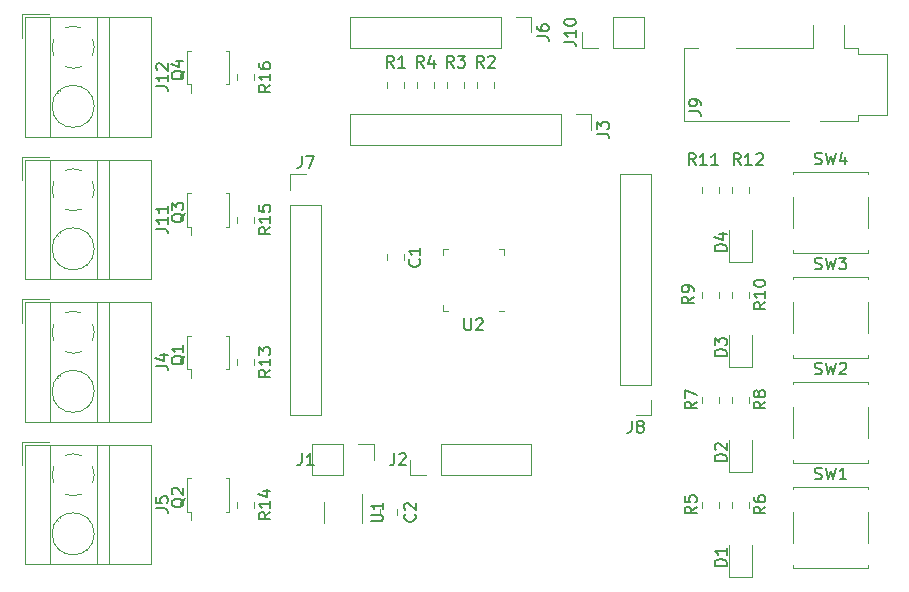
<source format=gbr>
G04 #@! TF.GenerationSoftware,KiCad,Pcbnew,(5.1.0-rc1-103-gc65c7d3de)*
G04 #@! TF.CreationDate,2019-08-30T11:30:51+02:00
G04 #@! TF.ProjectId,pinballControlUnit,70696e62-616c-46c4-936f-6e74726f6c55,rev?*
G04 #@! TF.SameCoordinates,Original*
G04 #@! TF.FileFunction,Legend,Top*
G04 #@! TF.FilePolarity,Positive*
%FSLAX46Y46*%
G04 Gerber Fmt 4.6, Leading zero omitted, Abs format (unit mm)*
G04 Created by KiCad (PCBNEW (5.1.0-rc1-103-gc65c7d3de)) date 2019-08-30 11:30:51*
%MOMM*%
%LPD*%
G04 APERTURE LIST*
%ADD10C,0.120000*%
%ADD11C,0.150000*%
G04 APERTURE END LIST*
D10*
X116900000Y-97215000D02*
X115570000Y-97215000D01*
X116900000Y-95885000D02*
X116900000Y-97215000D01*
X116900000Y-94615000D02*
X114240000Y-94615000D01*
X114240000Y-94615000D02*
X114240000Y-76775000D01*
X116900000Y-94615000D02*
X116900000Y-76775000D01*
X116900000Y-76775000D02*
X114240000Y-76775000D01*
X111065000Y-66100000D02*
X111065000Y-64770000D01*
X112395000Y-66100000D02*
X111065000Y-66100000D01*
X113665000Y-66100000D02*
X113665000Y-63440000D01*
X113665000Y-63440000D02*
X116265000Y-63440000D01*
X113665000Y-66100000D02*
X116265000Y-66100000D01*
X116265000Y-66100000D02*
X116265000Y-63440000D01*
X86300000Y-76775000D02*
X87630000Y-76775000D01*
X86300000Y-78105000D02*
X86300000Y-76775000D01*
X86300000Y-79375000D02*
X88960000Y-79375000D01*
X88960000Y-79375000D02*
X88960000Y-97215000D01*
X86300000Y-79375000D02*
X86300000Y-97215000D01*
X86300000Y-97215000D02*
X88960000Y-97215000D01*
X106740000Y-63440000D02*
X106740000Y-64770000D01*
X105410000Y-63440000D02*
X106740000Y-63440000D01*
X104140000Y-63440000D02*
X104140000Y-66100000D01*
X104140000Y-66100000D02*
X91380000Y-66100000D01*
X104140000Y-63440000D02*
X91380000Y-63440000D01*
X91380000Y-63440000D02*
X91380000Y-66100000D01*
X111820000Y-71695000D02*
X111820000Y-73025000D01*
X110490000Y-71695000D02*
X111820000Y-71695000D01*
X109220000Y-71695000D02*
X109220000Y-74355000D01*
X109220000Y-74355000D02*
X91380000Y-74355000D01*
X109220000Y-71695000D02*
X91380000Y-71695000D01*
X91380000Y-71695000D02*
X91380000Y-74355000D01*
X93405000Y-99635000D02*
X93405000Y-100965000D01*
X92075000Y-99635000D02*
X93405000Y-99635000D01*
X90805000Y-99635000D02*
X90805000Y-102295000D01*
X90805000Y-102295000D02*
X88205000Y-102295000D01*
X90805000Y-99635000D02*
X88205000Y-99635000D01*
X88205000Y-99635000D02*
X88205000Y-102295000D01*
X103975000Y-88335000D02*
X104450000Y-88335000D01*
X99230000Y-83115000D02*
X99230000Y-83590000D01*
X99705000Y-83115000D02*
X99230000Y-83115000D01*
X104450000Y-83115000D02*
X104450000Y-83590000D01*
X103975000Y-83115000D02*
X104450000Y-83115000D01*
X99230000Y-88335000D02*
X99230000Y-87860000D01*
X99705000Y-88335000D02*
X99230000Y-88335000D01*
X135230000Y-78710000D02*
X135230000Y-81310000D01*
X128930000Y-83460000D02*
X128930000Y-83210000D01*
X135230000Y-83460000D02*
X128930000Y-83460000D01*
X135230000Y-83210000D02*
X135230000Y-83460000D01*
X128930000Y-81310000D02*
X128930000Y-78710000D01*
X135230000Y-76560000D02*
X135230000Y-76810000D01*
X128930000Y-76560000D02*
X135230000Y-76560000D01*
X128930000Y-76810000D02*
X128930000Y-76560000D01*
X135230000Y-87600000D02*
X135230000Y-90200000D01*
X128930000Y-92350000D02*
X128930000Y-92100000D01*
X135230000Y-92350000D02*
X128930000Y-92350000D01*
X135230000Y-92100000D02*
X135230000Y-92350000D01*
X128930000Y-90200000D02*
X128930000Y-87600000D01*
X135230000Y-85450000D02*
X135230000Y-85700000D01*
X128930000Y-85450000D02*
X135230000Y-85450000D01*
X128930000Y-85700000D02*
X128930000Y-85450000D01*
X135230000Y-96490000D02*
X135230000Y-99090000D01*
X128930000Y-101240000D02*
X128930000Y-100990000D01*
X135230000Y-101240000D02*
X128930000Y-101240000D01*
X135230000Y-100990000D02*
X135230000Y-101240000D01*
X128930000Y-99090000D02*
X128930000Y-96490000D01*
X135230000Y-94340000D02*
X135230000Y-94590000D01*
X128930000Y-94340000D02*
X135230000Y-94340000D01*
X128930000Y-94590000D02*
X128930000Y-94340000D01*
X135230000Y-105380000D02*
X135230000Y-107980000D01*
X128930000Y-110130000D02*
X128930000Y-109880000D01*
X135230000Y-110130000D02*
X128930000Y-110130000D01*
X135230000Y-109880000D02*
X135230000Y-110130000D01*
X128930000Y-107980000D02*
X128930000Y-105380000D01*
X135230000Y-103230000D02*
X135230000Y-103480000D01*
X128930000Y-103230000D02*
X135230000Y-103230000D01*
X128930000Y-103480000D02*
X128930000Y-103230000D01*
X81840000Y-104516422D02*
X81840000Y-105033578D01*
X83260000Y-104516422D02*
X83260000Y-105033578D01*
X81840000Y-92451422D02*
X81840000Y-92968578D01*
X83260000Y-92451422D02*
X83260000Y-92968578D01*
X123750000Y-77846422D02*
X123750000Y-78363578D01*
X125170000Y-77846422D02*
X125170000Y-78363578D01*
X122630000Y-78363578D02*
X122630000Y-77846422D01*
X121210000Y-78363578D02*
X121210000Y-77846422D01*
X123750000Y-86736422D02*
X123750000Y-87253578D01*
X125170000Y-86736422D02*
X125170000Y-87253578D01*
X122630000Y-87253578D02*
X122630000Y-86736422D01*
X121210000Y-87253578D02*
X121210000Y-86736422D01*
X123750000Y-95626422D02*
X123750000Y-96143578D01*
X125170000Y-95626422D02*
X125170000Y-96143578D01*
X122630000Y-96143578D02*
X122630000Y-95626422D01*
X121210000Y-96143578D02*
X121210000Y-95626422D01*
X123750000Y-104516422D02*
X123750000Y-105033578D01*
X125170000Y-104516422D02*
X125170000Y-105033578D01*
X122630000Y-105033578D02*
X122630000Y-104516422D01*
X121210000Y-105033578D02*
X121210000Y-104516422D01*
X97080000Y-68956422D02*
X97080000Y-69473578D01*
X98500000Y-68956422D02*
X98500000Y-69473578D01*
X99620000Y-68956422D02*
X99620000Y-69473578D01*
X101040000Y-68956422D02*
X101040000Y-69473578D01*
X102160000Y-68956422D02*
X102160000Y-69473578D01*
X103580000Y-68956422D02*
X103580000Y-69473578D01*
X95960000Y-69473578D02*
X95960000Y-68956422D01*
X94540000Y-69473578D02*
X94540000Y-68956422D01*
X77900000Y-106090000D02*
X77900000Y-105360000D01*
X77605000Y-105360000D02*
X77900000Y-105360000D01*
X77605000Y-102520000D02*
X77605000Y-105360000D01*
X77900000Y-102520000D02*
X77605000Y-102520000D01*
X81145000Y-102520000D02*
X80850000Y-102520000D01*
X81145000Y-105360000D02*
X81145000Y-102520000D01*
X80850000Y-105360000D02*
X81145000Y-105360000D01*
X77900000Y-94025000D02*
X77900000Y-93295000D01*
X77605000Y-93295000D02*
X77900000Y-93295000D01*
X77605000Y-90455000D02*
X77605000Y-93295000D01*
X77900000Y-90455000D02*
X77605000Y-90455000D01*
X81145000Y-90455000D02*
X80850000Y-90455000D01*
X81145000Y-93295000D02*
X81145000Y-90455000D01*
X80850000Y-93295000D02*
X81145000Y-93295000D01*
X130570000Y-66115000D02*
X130570000Y-64115000D01*
X133170000Y-66115000D02*
X133170000Y-64115000D01*
X124070000Y-66115000D02*
X130570000Y-66115000D01*
X119670000Y-66115000D02*
X120870000Y-66115000D01*
X119670000Y-72315000D02*
X119670000Y-66115000D01*
X128570000Y-72315000D02*
X119670000Y-72315000D01*
X134370000Y-72315000D02*
X131170000Y-72315000D01*
X134370000Y-71815000D02*
X134370000Y-72315000D01*
X136870000Y-71815000D02*
X134370000Y-71815000D01*
X136870000Y-66615000D02*
X136870000Y-71815000D01*
X134370000Y-66615000D02*
X136870000Y-66615000D01*
X134370000Y-66115000D02*
X134370000Y-66615000D01*
X133170000Y-66115000D02*
X134370000Y-66115000D01*
X63645000Y-87370000D02*
X63645000Y-89370000D01*
X65885000Y-87370000D02*
X63645000Y-87370000D01*
X66862000Y-93870000D02*
X66812000Y-93820000D01*
X69295000Y-96303000D02*
X69271000Y-96278000D01*
X66620000Y-94062000D02*
X66595000Y-94038000D01*
X69078000Y-96520000D02*
X69028000Y-96471000D01*
X74505000Y-97730000D02*
X63885000Y-97730000D01*
X74505000Y-87610000D02*
X63885000Y-87610000D01*
X63885000Y-87610000D02*
X63885000Y-97730000D01*
X74505000Y-87610000D02*
X74505000Y-97730000D01*
X70945000Y-87610000D02*
X70945000Y-97730000D01*
X69945000Y-87610000D02*
X69945000Y-97730000D01*
X65945000Y-87610000D02*
X65945000Y-97730000D01*
X69725000Y-95170000D02*
G75*
G03X69725000Y-95170000I-1780000J0D01*
G01*
X66164611Y-90200814D02*
G75*
G02X66306000Y-89474000I1780389J30814D01*
G01*
X67249484Y-88530795D02*
G75*
G02X68641000Y-88531000I695516J-1639205D01*
G01*
X69584205Y-89474484D02*
G75*
G02X69584000Y-90866000I-1639205J-695516D01*
G01*
X68640516Y-91809205D02*
G75*
G02X67249000Y-91809000I-695516J1639205D01*
G01*
X66306501Y-90865501D02*
G75*
G02X66165000Y-90170000I1638499J695501D01*
G01*
X125420000Y-84235000D02*
X125420000Y-81550000D01*
X123500000Y-84235000D02*
X125420000Y-84235000D01*
X123500000Y-81550000D02*
X123500000Y-84235000D01*
X125420000Y-93125000D02*
X125420000Y-90440000D01*
X123500000Y-93125000D02*
X125420000Y-93125000D01*
X123500000Y-90440000D02*
X123500000Y-93125000D01*
X125420000Y-102015000D02*
X125420000Y-99330000D01*
X123500000Y-102015000D02*
X125420000Y-102015000D01*
X123500000Y-99330000D02*
X123500000Y-102015000D01*
X125420000Y-110905000D02*
X125420000Y-108220000D01*
X123500000Y-110905000D02*
X125420000Y-110905000D01*
X123500000Y-108220000D02*
X123500000Y-110905000D01*
X94540000Y-83561422D02*
X94540000Y-84078578D01*
X95960000Y-83561422D02*
X95960000Y-84078578D01*
X93905000Y-105668578D02*
X93905000Y-105151422D01*
X95325000Y-105668578D02*
X95325000Y-105151422D01*
X66306501Y-78800501D02*
G75*
G02X66165000Y-78105000I1638499J695501D01*
G01*
X68640516Y-79744205D02*
G75*
G02X67249000Y-79744000I-695516J1639205D01*
G01*
X69584205Y-77409484D02*
G75*
G02X69584000Y-78801000I-1639205J-695516D01*
G01*
X67249484Y-76465795D02*
G75*
G02X68641000Y-76466000I695516J-1639205D01*
G01*
X66164611Y-78135814D02*
G75*
G02X66306000Y-77409000I1780389J30814D01*
G01*
X69725000Y-83105000D02*
G75*
G03X69725000Y-83105000I-1780000J0D01*
G01*
X65945000Y-75545000D02*
X65945000Y-85665000D01*
X69945000Y-75545000D02*
X69945000Y-85665000D01*
X70945000Y-75545000D02*
X70945000Y-85665000D01*
X74505000Y-75545000D02*
X74505000Y-85665000D01*
X63885000Y-75545000D02*
X63885000Y-85665000D01*
X74505000Y-75545000D02*
X63885000Y-75545000D01*
X74505000Y-85665000D02*
X63885000Y-85665000D01*
X69078000Y-84455000D02*
X69028000Y-84406000D01*
X66620000Y-81997000D02*
X66595000Y-81973000D01*
X69295000Y-84238000D02*
X69271000Y-84213000D01*
X66862000Y-81805000D02*
X66812000Y-81755000D01*
X65885000Y-75305000D02*
X63645000Y-75305000D01*
X63645000Y-75305000D02*
X63645000Y-77305000D01*
X77900000Y-81960000D02*
X77900000Y-81230000D01*
X77605000Y-81230000D02*
X77900000Y-81230000D01*
X77605000Y-78390000D02*
X77605000Y-81230000D01*
X77900000Y-78390000D02*
X77605000Y-78390000D01*
X81145000Y-78390000D02*
X80850000Y-78390000D01*
X81145000Y-81230000D02*
X81145000Y-78390000D01*
X80850000Y-81230000D02*
X81145000Y-81230000D01*
X80850000Y-69165000D02*
X81145000Y-69165000D01*
X81145000Y-69165000D02*
X81145000Y-66325000D01*
X81145000Y-66325000D02*
X80850000Y-66325000D01*
X77900000Y-66325000D02*
X77605000Y-66325000D01*
X77605000Y-66325000D02*
X77605000Y-69165000D01*
X77605000Y-69165000D02*
X77900000Y-69165000D01*
X77900000Y-69895000D02*
X77900000Y-69165000D01*
X83260000Y-80386422D02*
X83260000Y-80903578D01*
X81840000Y-80386422D02*
X81840000Y-80903578D01*
X81840000Y-68321422D02*
X81840000Y-68838578D01*
X83260000Y-68321422D02*
X83260000Y-68838578D01*
X63645000Y-99435000D02*
X63645000Y-101435000D01*
X65885000Y-99435000D02*
X63645000Y-99435000D01*
X66862000Y-105935000D02*
X66812000Y-105885000D01*
X69295000Y-108368000D02*
X69271000Y-108343000D01*
X66620000Y-106127000D02*
X66595000Y-106103000D01*
X69078000Y-108585000D02*
X69028000Y-108536000D01*
X74505000Y-109795000D02*
X63885000Y-109795000D01*
X74505000Y-99675000D02*
X63885000Y-99675000D01*
X63885000Y-99675000D02*
X63885000Y-109795000D01*
X74505000Y-99675000D02*
X74505000Y-109795000D01*
X70945000Y-99675000D02*
X70945000Y-109795000D01*
X69945000Y-99675000D02*
X69945000Y-109795000D01*
X65945000Y-99675000D02*
X65945000Y-109795000D01*
X69725000Y-107235000D02*
G75*
G03X69725000Y-107235000I-1780000J0D01*
G01*
X66164611Y-102265814D02*
G75*
G02X66306000Y-101539000I1780389J30814D01*
G01*
X67249484Y-100595795D02*
G75*
G02X68641000Y-100596000I695516J-1639205D01*
G01*
X69584205Y-101539484D02*
G75*
G02X69584000Y-102931000I-1639205J-695516D01*
G01*
X68640516Y-103874205D02*
G75*
G02X67249000Y-103874000I-695516J1639205D01*
G01*
X66306501Y-102930501D02*
G75*
G02X66165000Y-102235000I1638499J695501D01*
G01*
X66306501Y-66735501D02*
G75*
G02X66165000Y-66040000I1638499J695501D01*
G01*
X68640516Y-67679205D02*
G75*
G02X67249000Y-67679000I-695516J1639205D01*
G01*
X69584205Y-65344484D02*
G75*
G02X69584000Y-66736000I-1639205J-695516D01*
G01*
X67249484Y-64400795D02*
G75*
G02X68641000Y-64401000I695516J-1639205D01*
G01*
X66164611Y-66070814D02*
G75*
G02X66306000Y-65344000I1780389J30814D01*
G01*
X69725000Y-71040000D02*
G75*
G03X69725000Y-71040000I-1780000J0D01*
G01*
X65945000Y-63480000D02*
X65945000Y-73600000D01*
X69945000Y-63480000D02*
X69945000Y-73600000D01*
X70945000Y-63480000D02*
X70945000Y-73600000D01*
X74505000Y-63480000D02*
X74505000Y-73600000D01*
X63885000Y-63480000D02*
X63885000Y-73600000D01*
X74505000Y-63480000D02*
X63885000Y-63480000D01*
X74505000Y-73600000D02*
X63885000Y-73600000D01*
X69078000Y-72390000D02*
X69028000Y-72341000D01*
X66620000Y-69932000D02*
X66595000Y-69908000D01*
X69295000Y-72173000D02*
X69271000Y-72148000D01*
X66862000Y-69740000D02*
X66812000Y-69690000D01*
X65885000Y-63240000D02*
X63645000Y-63240000D01*
X63645000Y-63240000D02*
X63645000Y-65240000D01*
X106740000Y-102295000D02*
X106740000Y-99635000D01*
X99060000Y-102295000D02*
X106740000Y-102295000D01*
X99060000Y-99635000D02*
X106740000Y-99635000D01*
X99060000Y-102295000D02*
X99060000Y-99635000D01*
X97790000Y-102295000D02*
X96460000Y-102295000D01*
X96460000Y-102295000D02*
X96460000Y-100965000D01*
X89195000Y-104510000D02*
X89195000Y-106310000D01*
X92415000Y-106310000D02*
X92415000Y-103860000D01*
D11*
X115236666Y-97667380D02*
X115236666Y-98381666D01*
X115189047Y-98524523D01*
X115093809Y-98619761D01*
X114950952Y-98667380D01*
X114855714Y-98667380D01*
X115855714Y-98095952D02*
X115760476Y-98048333D01*
X115712857Y-98000714D01*
X115665238Y-97905476D01*
X115665238Y-97857857D01*
X115712857Y-97762619D01*
X115760476Y-97715000D01*
X115855714Y-97667380D01*
X116046190Y-97667380D01*
X116141428Y-97715000D01*
X116189047Y-97762619D01*
X116236666Y-97857857D01*
X116236666Y-97905476D01*
X116189047Y-98000714D01*
X116141428Y-98048333D01*
X116046190Y-98095952D01*
X115855714Y-98095952D01*
X115760476Y-98143571D01*
X115712857Y-98191190D01*
X115665238Y-98286428D01*
X115665238Y-98476904D01*
X115712857Y-98572142D01*
X115760476Y-98619761D01*
X115855714Y-98667380D01*
X116046190Y-98667380D01*
X116141428Y-98619761D01*
X116189047Y-98572142D01*
X116236666Y-98476904D01*
X116236666Y-98286428D01*
X116189047Y-98191190D01*
X116141428Y-98143571D01*
X116046190Y-98095952D01*
X109517380Y-65579523D02*
X110231666Y-65579523D01*
X110374523Y-65627142D01*
X110469761Y-65722380D01*
X110517380Y-65865238D01*
X110517380Y-65960476D01*
X110517380Y-64579523D02*
X110517380Y-65150952D01*
X110517380Y-64865238D02*
X109517380Y-64865238D01*
X109660238Y-64960476D01*
X109755476Y-65055714D01*
X109803095Y-65150952D01*
X109517380Y-63960476D02*
X109517380Y-63865238D01*
X109565000Y-63770000D01*
X109612619Y-63722380D01*
X109707857Y-63674761D01*
X109898333Y-63627142D01*
X110136428Y-63627142D01*
X110326904Y-63674761D01*
X110422142Y-63722380D01*
X110469761Y-63770000D01*
X110517380Y-63865238D01*
X110517380Y-63960476D01*
X110469761Y-64055714D01*
X110422142Y-64103333D01*
X110326904Y-64150952D01*
X110136428Y-64198571D01*
X109898333Y-64198571D01*
X109707857Y-64150952D01*
X109612619Y-64103333D01*
X109565000Y-64055714D01*
X109517380Y-63960476D01*
X87296666Y-75227380D02*
X87296666Y-75941666D01*
X87249047Y-76084523D01*
X87153809Y-76179761D01*
X87010952Y-76227380D01*
X86915714Y-76227380D01*
X87677619Y-75227380D02*
X88344285Y-75227380D01*
X87915714Y-76227380D01*
X107192380Y-65103333D02*
X107906666Y-65103333D01*
X108049523Y-65150952D01*
X108144761Y-65246190D01*
X108192380Y-65389047D01*
X108192380Y-65484285D01*
X107192380Y-64198571D02*
X107192380Y-64389047D01*
X107240000Y-64484285D01*
X107287619Y-64531904D01*
X107430476Y-64627142D01*
X107620952Y-64674761D01*
X108001904Y-64674761D01*
X108097142Y-64627142D01*
X108144761Y-64579523D01*
X108192380Y-64484285D01*
X108192380Y-64293809D01*
X108144761Y-64198571D01*
X108097142Y-64150952D01*
X108001904Y-64103333D01*
X107763809Y-64103333D01*
X107668571Y-64150952D01*
X107620952Y-64198571D01*
X107573333Y-64293809D01*
X107573333Y-64484285D01*
X107620952Y-64579523D01*
X107668571Y-64627142D01*
X107763809Y-64674761D01*
X112272380Y-73358333D02*
X112986666Y-73358333D01*
X113129523Y-73405952D01*
X113224761Y-73501190D01*
X113272380Y-73644047D01*
X113272380Y-73739285D01*
X112272380Y-72977380D02*
X112272380Y-72358333D01*
X112653333Y-72691666D01*
X112653333Y-72548809D01*
X112700952Y-72453571D01*
X112748571Y-72405952D01*
X112843809Y-72358333D01*
X113081904Y-72358333D01*
X113177142Y-72405952D01*
X113224761Y-72453571D01*
X113272380Y-72548809D01*
X113272380Y-72834523D01*
X113224761Y-72929761D01*
X113177142Y-72977380D01*
X87296666Y-100417380D02*
X87296666Y-101131666D01*
X87249047Y-101274523D01*
X87153809Y-101369761D01*
X87010952Y-101417380D01*
X86915714Y-101417380D01*
X88296666Y-101417380D02*
X87725238Y-101417380D01*
X88010952Y-101417380D02*
X88010952Y-100417380D01*
X87915714Y-100560238D01*
X87820476Y-100655476D01*
X87725238Y-100703095D01*
X101078095Y-88997380D02*
X101078095Y-89806904D01*
X101125714Y-89902142D01*
X101173333Y-89949761D01*
X101268571Y-89997380D01*
X101459047Y-89997380D01*
X101554285Y-89949761D01*
X101601904Y-89902142D01*
X101649523Y-89806904D01*
X101649523Y-88997380D01*
X102078095Y-89092619D02*
X102125714Y-89045000D01*
X102220952Y-88997380D01*
X102459047Y-88997380D01*
X102554285Y-89045000D01*
X102601904Y-89092619D01*
X102649523Y-89187857D01*
X102649523Y-89283095D01*
X102601904Y-89425952D01*
X102030476Y-89997380D01*
X102649523Y-89997380D01*
X130746666Y-75914761D02*
X130889523Y-75962380D01*
X131127619Y-75962380D01*
X131222857Y-75914761D01*
X131270476Y-75867142D01*
X131318095Y-75771904D01*
X131318095Y-75676666D01*
X131270476Y-75581428D01*
X131222857Y-75533809D01*
X131127619Y-75486190D01*
X130937142Y-75438571D01*
X130841904Y-75390952D01*
X130794285Y-75343333D01*
X130746666Y-75248095D01*
X130746666Y-75152857D01*
X130794285Y-75057619D01*
X130841904Y-75010000D01*
X130937142Y-74962380D01*
X131175238Y-74962380D01*
X131318095Y-75010000D01*
X131651428Y-74962380D02*
X131889523Y-75962380D01*
X132080000Y-75248095D01*
X132270476Y-75962380D01*
X132508571Y-74962380D01*
X133318095Y-75295714D02*
X133318095Y-75962380D01*
X133080000Y-74914761D02*
X132841904Y-75629047D01*
X133460952Y-75629047D01*
X130746666Y-84804761D02*
X130889523Y-84852380D01*
X131127619Y-84852380D01*
X131222857Y-84804761D01*
X131270476Y-84757142D01*
X131318095Y-84661904D01*
X131318095Y-84566666D01*
X131270476Y-84471428D01*
X131222857Y-84423809D01*
X131127619Y-84376190D01*
X130937142Y-84328571D01*
X130841904Y-84280952D01*
X130794285Y-84233333D01*
X130746666Y-84138095D01*
X130746666Y-84042857D01*
X130794285Y-83947619D01*
X130841904Y-83900000D01*
X130937142Y-83852380D01*
X131175238Y-83852380D01*
X131318095Y-83900000D01*
X131651428Y-83852380D02*
X131889523Y-84852380D01*
X132080000Y-84138095D01*
X132270476Y-84852380D01*
X132508571Y-83852380D01*
X132794285Y-83852380D02*
X133413333Y-83852380D01*
X133080000Y-84233333D01*
X133222857Y-84233333D01*
X133318095Y-84280952D01*
X133365714Y-84328571D01*
X133413333Y-84423809D01*
X133413333Y-84661904D01*
X133365714Y-84757142D01*
X133318095Y-84804761D01*
X133222857Y-84852380D01*
X132937142Y-84852380D01*
X132841904Y-84804761D01*
X132794285Y-84757142D01*
X130746666Y-93694761D02*
X130889523Y-93742380D01*
X131127619Y-93742380D01*
X131222857Y-93694761D01*
X131270476Y-93647142D01*
X131318095Y-93551904D01*
X131318095Y-93456666D01*
X131270476Y-93361428D01*
X131222857Y-93313809D01*
X131127619Y-93266190D01*
X130937142Y-93218571D01*
X130841904Y-93170952D01*
X130794285Y-93123333D01*
X130746666Y-93028095D01*
X130746666Y-92932857D01*
X130794285Y-92837619D01*
X130841904Y-92790000D01*
X130937142Y-92742380D01*
X131175238Y-92742380D01*
X131318095Y-92790000D01*
X131651428Y-92742380D02*
X131889523Y-93742380D01*
X132080000Y-93028095D01*
X132270476Y-93742380D01*
X132508571Y-92742380D01*
X132841904Y-92837619D02*
X132889523Y-92790000D01*
X132984761Y-92742380D01*
X133222857Y-92742380D01*
X133318095Y-92790000D01*
X133365714Y-92837619D01*
X133413333Y-92932857D01*
X133413333Y-93028095D01*
X133365714Y-93170952D01*
X132794285Y-93742380D01*
X133413333Y-93742380D01*
X130746666Y-102584761D02*
X130889523Y-102632380D01*
X131127619Y-102632380D01*
X131222857Y-102584761D01*
X131270476Y-102537142D01*
X131318095Y-102441904D01*
X131318095Y-102346666D01*
X131270476Y-102251428D01*
X131222857Y-102203809D01*
X131127619Y-102156190D01*
X130937142Y-102108571D01*
X130841904Y-102060952D01*
X130794285Y-102013333D01*
X130746666Y-101918095D01*
X130746666Y-101822857D01*
X130794285Y-101727619D01*
X130841904Y-101680000D01*
X130937142Y-101632380D01*
X131175238Y-101632380D01*
X131318095Y-101680000D01*
X131651428Y-101632380D02*
X131889523Y-102632380D01*
X132080000Y-101918095D01*
X132270476Y-102632380D01*
X132508571Y-101632380D01*
X133413333Y-102632380D02*
X132841904Y-102632380D01*
X133127619Y-102632380D02*
X133127619Y-101632380D01*
X133032380Y-101775238D01*
X132937142Y-101870476D01*
X132841904Y-101918095D01*
X84652380Y-105417857D02*
X84176190Y-105751190D01*
X84652380Y-105989285D02*
X83652380Y-105989285D01*
X83652380Y-105608333D01*
X83700000Y-105513095D01*
X83747619Y-105465476D01*
X83842857Y-105417857D01*
X83985714Y-105417857D01*
X84080952Y-105465476D01*
X84128571Y-105513095D01*
X84176190Y-105608333D01*
X84176190Y-105989285D01*
X84652380Y-104465476D02*
X84652380Y-105036904D01*
X84652380Y-104751190D02*
X83652380Y-104751190D01*
X83795238Y-104846428D01*
X83890476Y-104941666D01*
X83938095Y-105036904D01*
X83985714Y-103608333D02*
X84652380Y-103608333D01*
X83604761Y-103846428D02*
X84319047Y-104084523D01*
X84319047Y-103465476D01*
X84652380Y-93352857D02*
X84176190Y-93686190D01*
X84652380Y-93924285D02*
X83652380Y-93924285D01*
X83652380Y-93543333D01*
X83700000Y-93448095D01*
X83747619Y-93400476D01*
X83842857Y-93352857D01*
X83985714Y-93352857D01*
X84080952Y-93400476D01*
X84128571Y-93448095D01*
X84176190Y-93543333D01*
X84176190Y-93924285D01*
X84652380Y-92400476D02*
X84652380Y-92971904D01*
X84652380Y-92686190D02*
X83652380Y-92686190D01*
X83795238Y-92781428D01*
X83890476Y-92876666D01*
X83938095Y-92971904D01*
X83652380Y-92067142D02*
X83652380Y-91448095D01*
X84033333Y-91781428D01*
X84033333Y-91638571D01*
X84080952Y-91543333D01*
X84128571Y-91495714D01*
X84223809Y-91448095D01*
X84461904Y-91448095D01*
X84557142Y-91495714D01*
X84604761Y-91543333D01*
X84652380Y-91638571D01*
X84652380Y-91924285D01*
X84604761Y-92019523D01*
X84557142Y-92067142D01*
X124452142Y-76017380D02*
X124118809Y-75541190D01*
X123880714Y-76017380D02*
X123880714Y-75017380D01*
X124261666Y-75017380D01*
X124356904Y-75065000D01*
X124404523Y-75112619D01*
X124452142Y-75207857D01*
X124452142Y-75350714D01*
X124404523Y-75445952D01*
X124356904Y-75493571D01*
X124261666Y-75541190D01*
X123880714Y-75541190D01*
X125404523Y-76017380D02*
X124833095Y-76017380D01*
X125118809Y-76017380D02*
X125118809Y-75017380D01*
X125023571Y-75160238D01*
X124928333Y-75255476D01*
X124833095Y-75303095D01*
X125785476Y-75112619D02*
X125833095Y-75065000D01*
X125928333Y-75017380D01*
X126166428Y-75017380D01*
X126261666Y-75065000D01*
X126309285Y-75112619D01*
X126356904Y-75207857D01*
X126356904Y-75303095D01*
X126309285Y-75445952D01*
X125737857Y-76017380D01*
X126356904Y-76017380D01*
X120642142Y-76017380D02*
X120308809Y-75541190D01*
X120070714Y-76017380D02*
X120070714Y-75017380D01*
X120451666Y-75017380D01*
X120546904Y-75065000D01*
X120594523Y-75112619D01*
X120642142Y-75207857D01*
X120642142Y-75350714D01*
X120594523Y-75445952D01*
X120546904Y-75493571D01*
X120451666Y-75541190D01*
X120070714Y-75541190D01*
X121594523Y-76017380D02*
X121023095Y-76017380D01*
X121308809Y-76017380D02*
X121308809Y-75017380D01*
X121213571Y-75160238D01*
X121118333Y-75255476D01*
X121023095Y-75303095D01*
X122546904Y-76017380D02*
X121975476Y-76017380D01*
X122261190Y-76017380D02*
X122261190Y-75017380D01*
X122165952Y-75160238D01*
X122070714Y-75255476D01*
X121975476Y-75303095D01*
X126562380Y-87637857D02*
X126086190Y-87971190D01*
X126562380Y-88209285D02*
X125562380Y-88209285D01*
X125562380Y-87828333D01*
X125610000Y-87733095D01*
X125657619Y-87685476D01*
X125752857Y-87637857D01*
X125895714Y-87637857D01*
X125990952Y-87685476D01*
X126038571Y-87733095D01*
X126086190Y-87828333D01*
X126086190Y-88209285D01*
X126562380Y-86685476D02*
X126562380Y-87256904D01*
X126562380Y-86971190D02*
X125562380Y-86971190D01*
X125705238Y-87066428D01*
X125800476Y-87161666D01*
X125848095Y-87256904D01*
X125562380Y-86066428D02*
X125562380Y-85971190D01*
X125610000Y-85875952D01*
X125657619Y-85828333D01*
X125752857Y-85780714D01*
X125943333Y-85733095D01*
X126181428Y-85733095D01*
X126371904Y-85780714D01*
X126467142Y-85828333D01*
X126514761Y-85875952D01*
X126562380Y-85971190D01*
X126562380Y-86066428D01*
X126514761Y-86161666D01*
X126467142Y-86209285D01*
X126371904Y-86256904D01*
X126181428Y-86304523D01*
X125943333Y-86304523D01*
X125752857Y-86256904D01*
X125657619Y-86209285D01*
X125610000Y-86161666D01*
X125562380Y-86066428D01*
X120467380Y-87161666D02*
X119991190Y-87495000D01*
X120467380Y-87733095D02*
X119467380Y-87733095D01*
X119467380Y-87352142D01*
X119515000Y-87256904D01*
X119562619Y-87209285D01*
X119657857Y-87161666D01*
X119800714Y-87161666D01*
X119895952Y-87209285D01*
X119943571Y-87256904D01*
X119991190Y-87352142D01*
X119991190Y-87733095D01*
X120467380Y-86685476D02*
X120467380Y-86495000D01*
X120419761Y-86399761D01*
X120372142Y-86352142D01*
X120229285Y-86256904D01*
X120038809Y-86209285D01*
X119657857Y-86209285D01*
X119562619Y-86256904D01*
X119515000Y-86304523D01*
X119467380Y-86399761D01*
X119467380Y-86590238D01*
X119515000Y-86685476D01*
X119562619Y-86733095D01*
X119657857Y-86780714D01*
X119895952Y-86780714D01*
X119991190Y-86733095D01*
X120038809Y-86685476D01*
X120086428Y-86590238D01*
X120086428Y-86399761D01*
X120038809Y-86304523D01*
X119991190Y-86256904D01*
X119895952Y-86209285D01*
X126562380Y-96051666D02*
X126086190Y-96385000D01*
X126562380Y-96623095D02*
X125562380Y-96623095D01*
X125562380Y-96242142D01*
X125610000Y-96146904D01*
X125657619Y-96099285D01*
X125752857Y-96051666D01*
X125895714Y-96051666D01*
X125990952Y-96099285D01*
X126038571Y-96146904D01*
X126086190Y-96242142D01*
X126086190Y-96623095D01*
X125990952Y-95480238D02*
X125943333Y-95575476D01*
X125895714Y-95623095D01*
X125800476Y-95670714D01*
X125752857Y-95670714D01*
X125657619Y-95623095D01*
X125610000Y-95575476D01*
X125562380Y-95480238D01*
X125562380Y-95289761D01*
X125610000Y-95194523D01*
X125657619Y-95146904D01*
X125752857Y-95099285D01*
X125800476Y-95099285D01*
X125895714Y-95146904D01*
X125943333Y-95194523D01*
X125990952Y-95289761D01*
X125990952Y-95480238D01*
X126038571Y-95575476D01*
X126086190Y-95623095D01*
X126181428Y-95670714D01*
X126371904Y-95670714D01*
X126467142Y-95623095D01*
X126514761Y-95575476D01*
X126562380Y-95480238D01*
X126562380Y-95289761D01*
X126514761Y-95194523D01*
X126467142Y-95146904D01*
X126371904Y-95099285D01*
X126181428Y-95099285D01*
X126086190Y-95146904D01*
X126038571Y-95194523D01*
X125990952Y-95289761D01*
X120722380Y-96051666D02*
X120246190Y-96385000D01*
X120722380Y-96623095D02*
X119722380Y-96623095D01*
X119722380Y-96242142D01*
X119770000Y-96146904D01*
X119817619Y-96099285D01*
X119912857Y-96051666D01*
X120055714Y-96051666D01*
X120150952Y-96099285D01*
X120198571Y-96146904D01*
X120246190Y-96242142D01*
X120246190Y-96623095D01*
X119722380Y-95718333D02*
X119722380Y-95051666D01*
X120722380Y-95480238D01*
X126562380Y-104941666D02*
X126086190Y-105275000D01*
X126562380Y-105513095D02*
X125562380Y-105513095D01*
X125562380Y-105132142D01*
X125610000Y-105036904D01*
X125657619Y-104989285D01*
X125752857Y-104941666D01*
X125895714Y-104941666D01*
X125990952Y-104989285D01*
X126038571Y-105036904D01*
X126086190Y-105132142D01*
X126086190Y-105513095D01*
X125562380Y-104084523D02*
X125562380Y-104275000D01*
X125610000Y-104370238D01*
X125657619Y-104417857D01*
X125800476Y-104513095D01*
X125990952Y-104560714D01*
X126371904Y-104560714D01*
X126467142Y-104513095D01*
X126514761Y-104465476D01*
X126562380Y-104370238D01*
X126562380Y-104179761D01*
X126514761Y-104084523D01*
X126467142Y-104036904D01*
X126371904Y-103989285D01*
X126133809Y-103989285D01*
X126038571Y-104036904D01*
X125990952Y-104084523D01*
X125943333Y-104179761D01*
X125943333Y-104370238D01*
X125990952Y-104465476D01*
X126038571Y-104513095D01*
X126133809Y-104560714D01*
X120722380Y-104941666D02*
X120246190Y-105275000D01*
X120722380Y-105513095D02*
X119722380Y-105513095D01*
X119722380Y-105132142D01*
X119770000Y-105036904D01*
X119817619Y-104989285D01*
X119912857Y-104941666D01*
X120055714Y-104941666D01*
X120150952Y-104989285D01*
X120198571Y-105036904D01*
X120246190Y-105132142D01*
X120246190Y-105513095D01*
X119722380Y-104036904D02*
X119722380Y-104513095D01*
X120198571Y-104560714D01*
X120150952Y-104513095D01*
X120103333Y-104417857D01*
X120103333Y-104179761D01*
X120150952Y-104084523D01*
X120198571Y-104036904D01*
X120293809Y-103989285D01*
X120531904Y-103989285D01*
X120627142Y-104036904D01*
X120674761Y-104084523D01*
X120722380Y-104179761D01*
X120722380Y-104417857D01*
X120674761Y-104513095D01*
X120627142Y-104560714D01*
X97623333Y-67762380D02*
X97290000Y-67286190D01*
X97051904Y-67762380D02*
X97051904Y-66762380D01*
X97432857Y-66762380D01*
X97528095Y-66810000D01*
X97575714Y-66857619D01*
X97623333Y-66952857D01*
X97623333Y-67095714D01*
X97575714Y-67190952D01*
X97528095Y-67238571D01*
X97432857Y-67286190D01*
X97051904Y-67286190D01*
X98480476Y-67095714D02*
X98480476Y-67762380D01*
X98242380Y-66714761D02*
X98004285Y-67429047D01*
X98623333Y-67429047D01*
X100163333Y-67762380D02*
X99830000Y-67286190D01*
X99591904Y-67762380D02*
X99591904Y-66762380D01*
X99972857Y-66762380D01*
X100068095Y-66810000D01*
X100115714Y-66857619D01*
X100163333Y-66952857D01*
X100163333Y-67095714D01*
X100115714Y-67190952D01*
X100068095Y-67238571D01*
X99972857Y-67286190D01*
X99591904Y-67286190D01*
X100496666Y-66762380D02*
X101115714Y-66762380D01*
X100782380Y-67143333D01*
X100925238Y-67143333D01*
X101020476Y-67190952D01*
X101068095Y-67238571D01*
X101115714Y-67333809D01*
X101115714Y-67571904D01*
X101068095Y-67667142D01*
X101020476Y-67714761D01*
X100925238Y-67762380D01*
X100639523Y-67762380D01*
X100544285Y-67714761D01*
X100496666Y-67667142D01*
X102703333Y-67762380D02*
X102370000Y-67286190D01*
X102131904Y-67762380D02*
X102131904Y-66762380D01*
X102512857Y-66762380D01*
X102608095Y-66810000D01*
X102655714Y-66857619D01*
X102703333Y-66952857D01*
X102703333Y-67095714D01*
X102655714Y-67190952D01*
X102608095Y-67238571D01*
X102512857Y-67286190D01*
X102131904Y-67286190D01*
X103084285Y-66857619D02*
X103131904Y-66810000D01*
X103227142Y-66762380D01*
X103465238Y-66762380D01*
X103560476Y-66810000D01*
X103608095Y-66857619D01*
X103655714Y-66952857D01*
X103655714Y-67048095D01*
X103608095Y-67190952D01*
X103036666Y-67762380D01*
X103655714Y-67762380D01*
X95083333Y-67762380D02*
X94750000Y-67286190D01*
X94511904Y-67762380D02*
X94511904Y-66762380D01*
X94892857Y-66762380D01*
X94988095Y-66810000D01*
X95035714Y-66857619D01*
X95083333Y-66952857D01*
X95083333Y-67095714D01*
X95035714Y-67190952D01*
X94988095Y-67238571D01*
X94892857Y-67286190D01*
X94511904Y-67286190D01*
X96035714Y-67762380D02*
X95464285Y-67762380D01*
X95750000Y-67762380D02*
X95750000Y-66762380D01*
X95654761Y-66905238D01*
X95559523Y-67000476D01*
X95464285Y-67048095D01*
X77372619Y-104235238D02*
X77325000Y-104330476D01*
X77229761Y-104425714D01*
X77086904Y-104568571D01*
X77039285Y-104663809D01*
X77039285Y-104759047D01*
X77277380Y-104711428D02*
X77229761Y-104806666D01*
X77134523Y-104901904D01*
X76944047Y-104949523D01*
X76610714Y-104949523D01*
X76420238Y-104901904D01*
X76325000Y-104806666D01*
X76277380Y-104711428D01*
X76277380Y-104520952D01*
X76325000Y-104425714D01*
X76420238Y-104330476D01*
X76610714Y-104282857D01*
X76944047Y-104282857D01*
X77134523Y-104330476D01*
X77229761Y-104425714D01*
X77277380Y-104520952D01*
X77277380Y-104711428D01*
X76372619Y-103901904D02*
X76325000Y-103854285D01*
X76277380Y-103759047D01*
X76277380Y-103520952D01*
X76325000Y-103425714D01*
X76372619Y-103378095D01*
X76467857Y-103330476D01*
X76563095Y-103330476D01*
X76705952Y-103378095D01*
X77277380Y-103949523D01*
X77277380Y-103330476D01*
X77372619Y-92170238D02*
X77325000Y-92265476D01*
X77229761Y-92360714D01*
X77086904Y-92503571D01*
X77039285Y-92598809D01*
X77039285Y-92694047D01*
X77277380Y-92646428D02*
X77229761Y-92741666D01*
X77134523Y-92836904D01*
X76944047Y-92884523D01*
X76610714Y-92884523D01*
X76420238Y-92836904D01*
X76325000Y-92741666D01*
X76277380Y-92646428D01*
X76277380Y-92455952D01*
X76325000Y-92360714D01*
X76420238Y-92265476D01*
X76610714Y-92217857D01*
X76944047Y-92217857D01*
X77134523Y-92265476D01*
X77229761Y-92360714D01*
X77277380Y-92455952D01*
X77277380Y-92646428D01*
X77277380Y-91265476D02*
X77277380Y-91836904D01*
X77277380Y-91551190D02*
X76277380Y-91551190D01*
X76420238Y-91646428D01*
X76515476Y-91741666D01*
X76563095Y-91836904D01*
X120102380Y-71453333D02*
X120816666Y-71453333D01*
X120959523Y-71500952D01*
X121054761Y-71596190D01*
X121102380Y-71739047D01*
X121102380Y-71834285D01*
X121102380Y-70929523D02*
X121102380Y-70739047D01*
X121054761Y-70643809D01*
X121007142Y-70596190D01*
X120864285Y-70500952D01*
X120673809Y-70453333D01*
X120292857Y-70453333D01*
X120197619Y-70500952D01*
X120150000Y-70548571D01*
X120102380Y-70643809D01*
X120102380Y-70834285D01*
X120150000Y-70929523D01*
X120197619Y-70977142D01*
X120292857Y-71024761D01*
X120530952Y-71024761D01*
X120626190Y-70977142D01*
X120673809Y-70929523D01*
X120721428Y-70834285D01*
X120721428Y-70643809D01*
X120673809Y-70548571D01*
X120626190Y-70500952D01*
X120530952Y-70453333D01*
X74957380Y-93003333D02*
X75671666Y-93003333D01*
X75814523Y-93050952D01*
X75909761Y-93146190D01*
X75957380Y-93289047D01*
X75957380Y-93384285D01*
X75290714Y-92098571D02*
X75957380Y-92098571D01*
X74909761Y-92336666D02*
X75624047Y-92574761D01*
X75624047Y-91955714D01*
X123262380Y-83288095D02*
X122262380Y-83288095D01*
X122262380Y-83050000D01*
X122310000Y-82907142D01*
X122405238Y-82811904D01*
X122500476Y-82764285D01*
X122690952Y-82716666D01*
X122833809Y-82716666D01*
X123024285Y-82764285D01*
X123119523Y-82811904D01*
X123214761Y-82907142D01*
X123262380Y-83050000D01*
X123262380Y-83288095D01*
X122595714Y-81859523D02*
X123262380Y-81859523D01*
X122214761Y-82097619D02*
X122929047Y-82335714D01*
X122929047Y-81716666D01*
X123262380Y-92178095D02*
X122262380Y-92178095D01*
X122262380Y-91940000D01*
X122310000Y-91797142D01*
X122405238Y-91701904D01*
X122500476Y-91654285D01*
X122690952Y-91606666D01*
X122833809Y-91606666D01*
X123024285Y-91654285D01*
X123119523Y-91701904D01*
X123214761Y-91797142D01*
X123262380Y-91940000D01*
X123262380Y-92178095D01*
X122262380Y-91273333D02*
X122262380Y-90654285D01*
X122643333Y-90987619D01*
X122643333Y-90844761D01*
X122690952Y-90749523D01*
X122738571Y-90701904D01*
X122833809Y-90654285D01*
X123071904Y-90654285D01*
X123167142Y-90701904D01*
X123214761Y-90749523D01*
X123262380Y-90844761D01*
X123262380Y-91130476D01*
X123214761Y-91225714D01*
X123167142Y-91273333D01*
X123262380Y-101068095D02*
X122262380Y-101068095D01*
X122262380Y-100830000D01*
X122310000Y-100687142D01*
X122405238Y-100591904D01*
X122500476Y-100544285D01*
X122690952Y-100496666D01*
X122833809Y-100496666D01*
X123024285Y-100544285D01*
X123119523Y-100591904D01*
X123214761Y-100687142D01*
X123262380Y-100830000D01*
X123262380Y-101068095D01*
X122357619Y-100115714D02*
X122310000Y-100068095D01*
X122262380Y-99972857D01*
X122262380Y-99734761D01*
X122310000Y-99639523D01*
X122357619Y-99591904D01*
X122452857Y-99544285D01*
X122548095Y-99544285D01*
X122690952Y-99591904D01*
X123262380Y-100163333D01*
X123262380Y-99544285D01*
X123262380Y-109958095D02*
X122262380Y-109958095D01*
X122262380Y-109720000D01*
X122310000Y-109577142D01*
X122405238Y-109481904D01*
X122500476Y-109434285D01*
X122690952Y-109386666D01*
X122833809Y-109386666D01*
X123024285Y-109434285D01*
X123119523Y-109481904D01*
X123214761Y-109577142D01*
X123262380Y-109720000D01*
X123262380Y-109958095D01*
X123262380Y-108434285D02*
X123262380Y-109005714D01*
X123262380Y-108720000D02*
X122262380Y-108720000D01*
X122405238Y-108815238D01*
X122500476Y-108910476D01*
X122548095Y-109005714D01*
X97257142Y-83986666D02*
X97304761Y-84034285D01*
X97352380Y-84177142D01*
X97352380Y-84272380D01*
X97304761Y-84415238D01*
X97209523Y-84510476D01*
X97114285Y-84558095D01*
X96923809Y-84605714D01*
X96780952Y-84605714D01*
X96590476Y-84558095D01*
X96495238Y-84510476D01*
X96400000Y-84415238D01*
X96352380Y-84272380D01*
X96352380Y-84177142D01*
X96400000Y-84034285D01*
X96447619Y-83986666D01*
X97352380Y-83034285D02*
X97352380Y-83605714D01*
X97352380Y-83320000D02*
X96352380Y-83320000D01*
X96495238Y-83415238D01*
X96590476Y-83510476D01*
X96638095Y-83605714D01*
X96877142Y-105576666D02*
X96924761Y-105624285D01*
X96972380Y-105767142D01*
X96972380Y-105862380D01*
X96924761Y-106005238D01*
X96829523Y-106100476D01*
X96734285Y-106148095D01*
X96543809Y-106195714D01*
X96400952Y-106195714D01*
X96210476Y-106148095D01*
X96115238Y-106100476D01*
X96020000Y-106005238D01*
X95972380Y-105862380D01*
X95972380Y-105767142D01*
X96020000Y-105624285D01*
X96067619Y-105576666D01*
X96067619Y-105195714D02*
X96020000Y-105148095D01*
X95972380Y-105052857D01*
X95972380Y-104814761D01*
X96020000Y-104719523D01*
X96067619Y-104671904D01*
X96162857Y-104624285D01*
X96258095Y-104624285D01*
X96400952Y-104671904D01*
X96972380Y-105243333D01*
X96972380Y-104624285D01*
X74957380Y-81414523D02*
X75671666Y-81414523D01*
X75814523Y-81462142D01*
X75909761Y-81557380D01*
X75957380Y-81700238D01*
X75957380Y-81795476D01*
X75957380Y-80414523D02*
X75957380Y-80985952D01*
X75957380Y-80700238D02*
X74957380Y-80700238D01*
X75100238Y-80795476D01*
X75195476Y-80890714D01*
X75243095Y-80985952D01*
X75957380Y-79462142D02*
X75957380Y-80033571D01*
X75957380Y-79747857D02*
X74957380Y-79747857D01*
X75100238Y-79843095D01*
X75195476Y-79938333D01*
X75243095Y-80033571D01*
X77372619Y-80105238D02*
X77325000Y-80200476D01*
X77229761Y-80295714D01*
X77086904Y-80438571D01*
X77039285Y-80533809D01*
X77039285Y-80629047D01*
X77277380Y-80581428D02*
X77229761Y-80676666D01*
X77134523Y-80771904D01*
X76944047Y-80819523D01*
X76610714Y-80819523D01*
X76420238Y-80771904D01*
X76325000Y-80676666D01*
X76277380Y-80581428D01*
X76277380Y-80390952D01*
X76325000Y-80295714D01*
X76420238Y-80200476D01*
X76610714Y-80152857D01*
X76944047Y-80152857D01*
X77134523Y-80200476D01*
X77229761Y-80295714D01*
X77277380Y-80390952D01*
X77277380Y-80581428D01*
X76277380Y-79819523D02*
X76277380Y-79200476D01*
X76658333Y-79533809D01*
X76658333Y-79390952D01*
X76705952Y-79295714D01*
X76753571Y-79248095D01*
X76848809Y-79200476D01*
X77086904Y-79200476D01*
X77182142Y-79248095D01*
X77229761Y-79295714D01*
X77277380Y-79390952D01*
X77277380Y-79676666D01*
X77229761Y-79771904D01*
X77182142Y-79819523D01*
X77372619Y-68040238D02*
X77325000Y-68135476D01*
X77229761Y-68230714D01*
X77086904Y-68373571D01*
X77039285Y-68468809D01*
X77039285Y-68564047D01*
X77277380Y-68516428D02*
X77229761Y-68611666D01*
X77134523Y-68706904D01*
X76944047Y-68754523D01*
X76610714Y-68754523D01*
X76420238Y-68706904D01*
X76325000Y-68611666D01*
X76277380Y-68516428D01*
X76277380Y-68325952D01*
X76325000Y-68230714D01*
X76420238Y-68135476D01*
X76610714Y-68087857D01*
X76944047Y-68087857D01*
X77134523Y-68135476D01*
X77229761Y-68230714D01*
X77277380Y-68325952D01*
X77277380Y-68516428D01*
X76610714Y-67230714D02*
X77277380Y-67230714D01*
X76229761Y-67468809D02*
X76944047Y-67706904D01*
X76944047Y-67087857D01*
X84652380Y-81287857D02*
X84176190Y-81621190D01*
X84652380Y-81859285D02*
X83652380Y-81859285D01*
X83652380Y-81478333D01*
X83700000Y-81383095D01*
X83747619Y-81335476D01*
X83842857Y-81287857D01*
X83985714Y-81287857D01*
X84080952Y-81335476D01*
X84128571Y-81383095D01*
X84176190Y-81478333D01*
X84176190Y-81859285D01*
X84652380Y-80335476D02*
X84652380Y-80906904D01*
X84652380Y-80621190D02*
X83652380Y-80621190D01*
X83795238Y-80716428D01*
X83890476Y-80811666D01*
X83938095Y-80906904D01*
X83652380Y-79430714D02*
X83652380Y-79906904D01*
X84128571Y-79954523D01*
X84080952Y-79906904D01*
X84033333Y-79811666D01*
X84033333Y-79573571D01*
X84080952Y-79478333D01*
X84128571Y-79430714D01*
X84223809Y-79383095D01*
X84461904Y-79383095D01*
X84557142Y-79430714D01*
X84604761Y-79478333D01*
X84652380Y-79573571D01*
X84652380Y-79811666D01*
X84604761Y-79906904D01*
X84557142Y-79954523D01*
X84652380Y-69222857D02*
X84176190Y-69556190D01*
X84652380Y-69794285D02*
X83652380Y-69794285D01*
X83652380Y-69413333D01*
X83700000Y-69318095D01*
X83747619Y-69270476D01*
X83842857Y-69222857D01*
X83985714Y-69222857D01*
X84080952Y-69270476D01*
X84128571Y-69318095D01*
X84176190Y-69413333D01*
X84176190Y-69794285D01*
X84652380Y-68270476D02*
X84652380Y-68841904D01*
X84652380Y-68556190D02*
X83652380Y-68556190D01*
X83795238Y-68651428D01*
X83890476Y-68746666D01*
X83938095Y-68841904D01*
X83652380Y-67413333D02*
X83652380Y-67603809D01*
X83700000Y-67699047D01*
X83747619Y-67746666D01*
X83890476Y-67841904D01*
X84080952Y-67889523D01*
X84461904Y-67889523D01*
X84557142Y-67841904D01*
X84604761Y-67794285D01*
X84652380Y-67699047D01*
X84652380Y-67508571D01*
X84604761Y-67413333D01*
X84557142Y-67365714D01*
X84461904Y-67318095D01*
X84223809Y-67318095D01*
X84128571Y-67365714D01*
X84080952Y-67413333D01*
X84033333Y-67508571D01*
X84033333Y-67699047D01*
X84080952Y-67794285D01*
X84128571Y-67841904D01*
X84223809Y-67889523D01*
X74957380Y-105068333D02*
X75671666Y-105068333D01*
X75814523Y-105115952D01*
X75909761Y-105211190D01*
X75957380Y-105354047D01*
X75957380Y-105449285D01*
X74957380Y-104115952D02*
X74957380Y-104592142D01*
X75433571Y-104639761D01*
X75385952Y-104592142D01*
X75338333Y-104496904D01*
X75338333Y-104258809D01*
X75385952Y-104163571D01*
X75433571Y-104115952D01*
X75528809Y-104068333D01*
X75766904Y-104068333D01*
X75862142Y-104115952D01*
X75909761Y-104163571D01*
X75957380Y-104258809D01*
X75957380Y-104496904D01*
X75909761Y-104592142D01*
X75862142Y-104639761D01*
X74957380Y-69349523D02*
X75671666Y-69349523D01*
X75814523Y-69397142D01*
X75909761Y-69492380D01*
X75957380Y-69635238D01*
X75957380Y-69730476D01*
X75957380Y-68349523D02*
X75957380Y-68920952D01*
X75957380Y-68635238D02*
X74957380Y-68635238D01*
X75100238Y-68730476D01*
X75195476Y-68825714D01*
X75243095Y-68920952D01*
X75052619Y-67968571D02*
X75005000Y-67920952D01*
X74957380Y-67825714D01*
X74957380Y-67587619D01*
X75005000Y-67492380D01*
X75052619Y-67444761D01*
X75147857Y-67397142D01*
X75243095Y-67397142D01*
X75385952Y-67444761D01*
X75957380Y-68016190D01*
X75957380Y-67397142D01*
X95126666Y-100417380D02*
X95126666Y-101131666D01*
X95079047Y-101274523D01*
X94983809Y-101369761D01*
X94840952Y-101417380D01*
X94745714Y-101417380D01*
X95555238Y-100512619D02*
X95602857Y-100465000D01*
X95698095Y-100417380D01*
X95936190Y-100417380D01*
X96031428Y-100465000D01*
X96079047Y-100512619D01*
X96126666Y-100607857D01*
X96126666Y-100703095D01*
X96079047Y-100845952D01*
X95507619Y-101417380D01*
X96126666Y-101417380D01*
X93157380Y-106171904D02*
X93966904Y-106171904D01*
X94062142Y-106124285D01*
X94109761Y-106076666D01*
X94157380Y-105981428D01*
X94157380Y-105790952D01*
X94109761Y-105695714D01*
X94062142Y-105648095D01*
X93966904Y-105600476D01*
X93157380Y-105600476D01*
X94157380Y-104600476D02*
X94157380Y-105171904D01*
X94157380Y-104886190D02*
X93157380Y-104886190D01*
X93300238Y-104981428D01*
X93395476Y-105076666D01*
X93443095Y-105171904D01*
M02*

</source>
